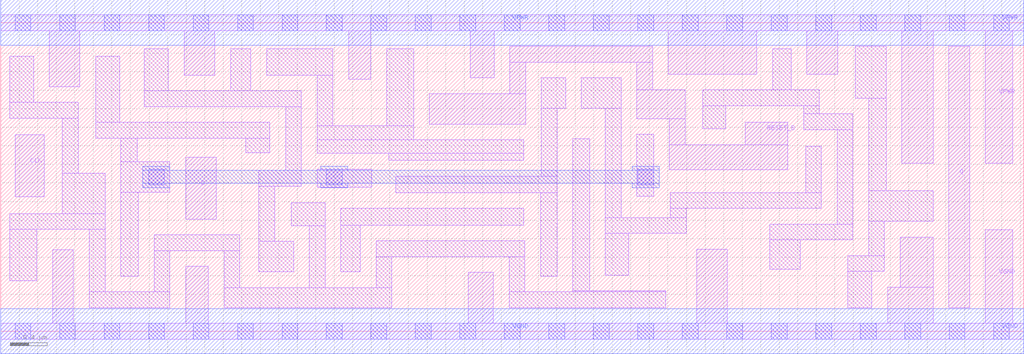
<source format=lef>
# Copyright 2020 The SkyWater PDK Authors
#
# Licensed under the Apache License, Version 2.0 (the "License");
# you may not use this file except in compliance with the License.
# You may obtain a copy of the License at
#
#     https://www.apache.org/licenses/LICENSE-2.0
#
# Unless required by applicable law or agreed to in writing, software
# distributed under the License is distributed on an "AS IS" BASIS,
# WITHOUT WARRANTIES OR CONDITIONS OF ANY KIND, either express or implied.
# See the License for the specific language governing permissions and
# limitations under the License.
#
# SPDX-License-Identifier: Apache-2.0

VERSION 5.7 ;
  NAMESCASESENSITIVE ON ;
  NOWIREEXTENSIONATPIN ON ;
  DIVIDERCHAR "/" ;
  BUSBITCHARS "[]" ;
UNITS
  DATABASE MICRONS 200 ;
END UNITS
MACRO sky130_fd_sc_lp__dfrtp_2
  CLASS CORE ;
  SOURCE USER ;
  FOREIGN sky130_fd_sc_lp__dfrtp_2 ;
  ORIGIN  0.000000  0.000000 ;
  SIZE  11.04000 BY  3.330000 ;
  SYMMETRY X Y R90 ;
  SITE unit ;
  PIN D
    ANTENNAGATEAREA  0.126000 ;
    DIRECTION INPUT ;
    USE SIGNAL ;
    PORT
      LAYER li1 ;
        RECT 1.995000 1.210000 2.325000 1.880000 ;
    END
  END D
  PIN Q
    ANTENNADIFFAREA  0.588000 ;
    DIRECTION OUTPUT ;
    USE SIGNAL ;
    PORT
      LAYER li1 ;
        RECT 10.230000 0.255000 10.455000 3.075000 ;
    END
  END Q
  PIN RESET_B
    ANTENNAGATEAREA  0.378000 ;
    DIRECTION INPUT ;
    USE SIGNAL ;
    PORT
      LAYER li1 ;
        RECT 4.625000 2.235000 5.665000 2.565000 ;
        RECT 5.495000 2.565000 5.665000 2.905000 ;
        RECT 5.495000 2.905000 7.035000 3.075000 ;
        RECT 6.865000 2.295000 7.385000 2.605000 ;
        RECT 6.865000 2.605000 7.035000 2.905000 ;
        RECT 7.215000 1.745000 8.495000 2.015000 ;
        RECT 7.215000 2.015000 7.385000 2.295000 ;
        RECT 8.035000 2.015000 8.495000 2.255000 ;
    END
  END RESET_B
  PIN CLK
    ANTENNAGATEAREA  0.159000 ;
    DIRECTION INPUT ;
    USE CLOCK ;
    PORT
      LAYER li1 ;
        RECT 0.155000 1.450000 0.470000 2.120000 ;
    END
  END CLK
  PIN VGND
    DIRECTION INOUT ;
    USE GROUND ;
    PORT
      LAYER li1 ;
        RECT  0.000000 -0.085000 11.040000 0.085000 ;
        RECT  0.560000  0.085000  0.785000 0.880000 ;
        RECT  1.995000  0.085000  2.240000 0.700000 ;
        RECT  5.045000  0.085000  5.315000 0.635000 ;
        RECT  7.510000  0.085000  7.840000 0.885000 ;
        RECT  9.570000  0.085000 10.060000 0.475000 ;
        RECT  9.705000  0.475000 10.060000 1.015000 ;
        RECT 10.625000  0.085000 10.920000 1.095000 ;
      LAYER mcon ;
        RECT  0.155000 -0.085000  0.325000 0.085000 ;
        RECT  0.635000 -0.085000  0.805000 0.085000 ;
        RECT  1.115000 -0.085000  1.285000 0.085000 ;
        RECT  1.595000 -0.085000  1.765000 0.085000 ;
        RECT  2.075000 -0.085000  2.245000 0.085000 ;
        RECT  2.555000 -0.085000  2.725000 0.085000 ;
        RECT  3.035000 -0.085000  3.205000 0.085000 ;
        RECT  3.515000 -0.085000  3.685000 0.085000 ;
        RECT  3.995000 -0.085000  4.165000 0.085000 ;
        RECT  4.475000 -0.085000  4.645000 0.085000 ;
        RECT  4.955000 -0.085000  5.125000 0.085000 ;
        RECT  5.435000 -0.085000  5.605000 0.085000 ;
        RECT  5.915000 -0.085000  6.085000 0.085000 ;
        RECT  6.395000 -0.085000  6.565000 0.085000 ;
        RECT  6.875000 -0.085000  7.045000 0.085000 ;
        RECT  7.355000 -0.085000  7.525000 0.085000 ;
        RECT  7.835000 -0.085000  8.005000 0.085000 ;
        RECT  8.315000 -0.085000  8.485000 0.085000 ;
        RECT  8.795000 -0.085000  8.965000 0.085000 ;
        RECT  9.275000 -0.085000  9.445000 0.085000 ;
        RECT  9.755000 -0.085000  9.925000 0.085000 ;
        RECT 10.235000 -0.085000 10.405000 0.085000 ;
        RECT 10.715000 -0.085000 10.885000 0.085000 ;
      LAYER met1 ;
        RECT 0.000000 -0.245000 11.040000 0.245000 ;
    END
  END VGND
  PIN VPWR
    DIRECTION INOUT ;
    USE POWER ;
    PORT
      LAYER li1 ;
        RECT  0.000000 3.245000 11.040000 3.415000 ;
        RECT  0.525000 2.640000  0.855000 3.245000 ;
        RECT  1.980000 2.765000  2.310000 3.245000 ;
        RECT  3.755000 2.720000  3.995000 3.245000 ;
        RECT  5.065000 2.735000  5.325000 3.245000 ;
        RECT  7.205000 2.775000  8.160000 3.245000 ;
        RECT  8.700000 2.775000  9.030000 3.245000 ;
        RECT  9.725000 1.815000 10.060000 3.245000 ;
        RECT 10.625000 1.815000 10.920000 3.245000 ;
      LAYER mcon ;
        RECT  0.155000 3.245000  0.325000 3.415000 ;
        RECT  0.635000 3.245000  0.805000 3.415000 ;
        RECT  1.115000 3.245000  1.285000 3.415000 ;
        RECT  1.595000 3.245000  1.765000 3.415000 ;
        RECT  2.075000 3.245000  2.245000 3.415000 ;
        RECT  2.555000 3.245000  2.725000 3.415000 ;
        RECT  3.035000 3.245000  3.205000 3.415000 ;
        RECT  3.515000 3.245000  3.685000 3.415000 ;
        RECT  3.995000 3.245000  4.165000 3.415000 ;
        RECT  4.475000 3.245000  4.645000 3.415000 ;
        RECT  4.955000 3.245000  5.125000 3.415000 ;
        RECT  5.435000 3.245000  5.605000 3.415000 ;
        RECT  5.915000 3.245000  6.085000 3.415000 ;
        RECT  6.395000 3.245000  6.565000 3.415000 ;
        RECT  6.875000 3.245000  7.045000 3.415000 ;
        RECT  7.355000 3.245000  7.525000 3.415000 ;
        RECT  7.835000 3.245000  8.005000 3.415000 ;
        RECT  8.315000 3.245000  8.485000 3.415000 ;
        RECT  8.795000 3.245000  8.965000 3.415000 ;
        RECT  9.275000 3.245000  9.445000 3.415000 ;
        RECT  9.755000 3.245000  9.925000 3.415000 ;
        RECT 10.235000 3.245000 10.405000 3.415000 ;
        RECT 10.715000 3.245000 10.885000 3.415000 ;
      LAYER met1 ;
        RECT 0.000000 3.085000 11.040000 3.575000 ;
    END
  END VPWR
  OBS
    LAYER li1 ;
      RECT 0.095000 0.545000  0.390000 1.100000 ;
      RECT 0.095000 1.100000  1.125000 1.270000 ;
      RECT 0.095000 2.300000  0.835000 2.470000 ;
      RECT 0.095000 2.470000  0.355000 2.970000 ;
      RECT 0.665000 1.270000  1.125000 1.705000 ;
      RECT 0.665000 1.705000  0.835000 2.300000 ;
      RECT 0.955000 0.255000  1.825000 0.425000 ;
      RECT 0.955000 0.425000  1.125000 1.100000 ;
      RECT 1.025000 2.085000  2.905000 2.255000 ;
      RECT 1.025000 2.255000  1.285000 2.970000 ;
      RECT 1.295000 0.595000  1.485000 1.500000 ;
      RECT 1.295000 1.500000  1.825000 1.830000 ;
      RECT 1.295000 1.830000  1.475000 2.085000 ;
      RECT 1.550000 2.425000  3.245000 2.595000 ;
      RECT 1.550000 2.595000  1.810000 3.050000 ;
      RECT 1.655000 0.425000  1.825000 0.870000 ;
      RECT 1.655000 0.870000  2.580000 1.040000 ;
      RECT 2.410000 0.255000  4.220000 0.470000 ;
      RECT 2.410000 0.470000  2.580000 0.870000 ;
      RECT 2.480000 2.595000  2.700000 3.050000 ;
      RECT 2.645000 1.925000  2.905000 2.085000 ;
      RECT 2.785000 0.640000  3.160000 0.970000 ;
      RECT 2.785000 0.970000  2.955000 1.565000 ;
      RECT 2.785000 1.565000  3.245000 1.735000 ;
      RECT 2.870000 2.765000  3.585000 3.050000 ;
      RECT 3.075000 1.735000  3.245000 2.425000 ;
      RECT 3.135000 1.140000  3.500000 1.385000 ;
      RECT 3.330000 0.470000  3.500000 1.140000 ;
      RECT 3.415000 1.555000  4.005000 1.750000 ;
      RECT 3.415000 1.920000  5.645000 2.065000 ;
      RECT 3.415000 2.065000  4.455000 2.220000 ;
      RECT 3.415000 2.220000  3.585000 2.765000 ;
      RECT 3.670000 0.640000  3.880000 1.145000 ;
      RECT 3.670000 1.145000  5.645000 1.325000 ;
      RECT 4.050000 0.470000  4.220000 0.805000 ;
      RECT 4.050000 0.805000  5.655000 0.975000 ;
      RECT 4.165000 2.220000  4.455000 3.050000 ;
      RECT 4.185000 1.845000  5.645000 1.920000 ;
      RECT 4.265000 1.495000  6.005000 1.675000 ;
      RECT 5.485000 0.255000  7.175000 0.425000 ;
      RECT 5.485000 0.425000  5.655000 0.805000 ;
      RECT 5.825000 0.595000  6.005000 1.495000 ;
      RECT 5.835000 1.675000  6.005000 2.405000 ;
      RECT 5.835000 2.405000  6.095000 2.735000 ;
      RECT 6.175000 0.425000  7.175000 0.435000 ;
      RECT 6.175000 0.435000  6.355000 2.075000 ;
      RECT 6.265000 2.405000  6.695000 2.735000 ;
      RECT 6.525000 0.605000  6.775000 1.055000 ;
      RECT 6.525000 1.055000  7.395000 1.225000 ;
      RECT 6.525000 1.225000  6.695000 2.405000 ;
      RECT 6.865000 1.455000  7.045000 2.125000 ;
      RECT 7.225000 1.225000  7.395000 1.325000 ;
      RECT 7.225000 1.325000  8.855000 1.495000 ;
      RECT 7.575000 2.185000  7.825000 2.435000 ;
      RECT 7.575000 2.435000  8.835000 2.605000 ;
      RECT 8.300000 0.670000  8.630000 0.985000 ;
      RECT 8.300000 0.985000  9.195000 1.155000 ;
      RECT 8.330000 2.605000  8.530000 3.050000 ;
      RECT 8.665000 2.175000  9.195000 2.345000 ;
      RECT 8.665000 2.345000  8.835000 2.435000 ;
      RECT 8.685000 1.495000  8.855000 1.995000 ;
      RECT 9.025000 1.155000  9.195000 2.175000 ;
      RECT 9.140000 0.255000  9.400000 0.645000 ;
      RECT 9.140000 0.645000  9.535000 0.815000 ;
      RECT 9.220000 2.515000  9.555000 3.075000 ;
      RECT 9.365000 0.815000  9.535000 1.185000 ;
      RECT 9.365000 1.185000 10.060000 1.515000 ;
      RECT 9.365000 1.515000  9.555000 2.515000 ;
    LAYER mcon ;
      RECT 1.595000 1.580000 1.765000 1.750000 ;
      RECT 3.515000 1.580000 3.685000 1.750000 ;
      RECT 6.875000 1.580000 7.045000 1.750000 ;
    LAYER met1 ;
      RECT 1.535000 1.550000 1.825000 1.595000 ;
      RECT 1.535000 1.595000 7.105000 1.735000 ;
      RECT 1.535000 1.735000 1.825000 1.780000 ;
      RECT 3.455000 1.550000 3.745000 1.595000 ;
      RECT 3.455000 1.735000 3.745000 1.780000 ;
      RECT 6.815000 1.550000 7.105000 1.595000 ;
      RECT 6.815000 1.735000 7.105000 1.780000 ;
  END
END sky130_fd_sc_lp__dfrtp_2

</source>
